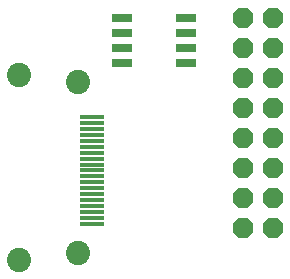
<source format=gts>
G75*
%MOIN*%
%OFA0B0*%
%FSLAX25Y25*%
%IPPOS*%
%LPD*%
%AMOC8*
5,1,8,0,0,1.08239X$1,22.5*
%
%ADD10R,0.07880X0.01581*%
%ADD11C,0.08077*%
%ADD12OC8,0.06800*%
%ADD13R,0.06502X0.02762*%
D10*
X0055656Y0017799D03*
X0055656Y0019768D03*
X0055656Y0021736D03*
X0055656Y0023705D03*
X0055656Y0025673D03*
X0055656Y0027642D03*
X0055656Y0029610D03*
X0055656Y0031579D03*
X0055656Y0033547D03*
X0055656Y0035516D03*
X0055656Y0037484D03*
X0055656Y0039453D03*
X0055656Y0041421D03*
X0055656Y0043390D03*
X0055656Y0045358D03*
X0055656Y0047327D03*
X0055656Y0049295D03*
X0055656Y0051264D03*
X0055656Y0053232D03*
D11*
X0031231Y0005594D03*
X0050719Y0007957D03*
X0050719Y0065043D03*
X0031231Y0067406D03*
D12*
X0105719Y0066500D03*
X0115719Y0066500D03*
X0115719Y0056500D03*
X0105719Y0056500D03*
X0105719Y0046500D03*
X0115719Y0046500D03*
X0115719Y0036500D03*
X0105719Y0036500D03*
X0105719Y0026500D03*
X0115719Y0026500D03*
X0115719Y0016500D03*
X0105719Y0016500D03*
X0105719Y0076500D03*
X0115719Y0076500D03*
X0115719Y0086500D03*
X0105719Y0086500D03*
D13*
X0086849Y0086500D03*
X0086849Y0081500D03*
X0086849Y0076500D03*
X0086849Y0071500D03*
X0065589Y0071500D03*
X0065589Y0076500D03*
X0065589Y0081500D03*
X0065589Y0086500D03*
M02*

</source>
